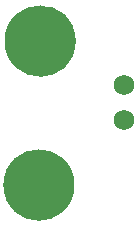
<source format=gbs>
%FSLAX23Y23*%
%MOIN*%
G70*
G01*
G75*
G04 Layer_Color=16711935*
%ADD10R,0.035X0.031*%
%ADD11R,0.118X0.059*%
%ADD12R,0.118X0.039*%
%ADD13C,0.010*%
%ADD14C,0.060*%
%ADD15C,0.039*%
%ADD16C,0.236*%
%ADD17C,0.004*%
%ADD18C,0.000*%
%ADD19R,0.023X0.043*%
%ADD20C,0.059*%
%ADD21R,0.043X0.039*%
%ADD22R,0.126X0.067*%
%ADD23R,0.126X0.047*%
%ADD24C,0.068*%
D15*
X112Y708D02*
D03*
X238D02*
D03*
X175Y734D02*
D03*
X86Y645D02*
D03*
X112Y582D02*
D03*
X175Y556D02*
D03*
X238Y582D02*
D03*
X264Y645D02*
D03*
X259Y165D02*
D03*
X233Y102D02*
D03*
X170Y76D02*
D03*
X107Y102D02*
D03*
X81Y165D02*
D03*
X170Y254D02*
D03*
X233Y228D02*
D03*
X107D02*
D03*
D16*
X175Y645D02*
D03*
X170Y165D02*
D03*
D20*
X264Y645D02*
G03*
X264Y645I-89J0D01*
G01*
X259Y165D02*
G03*
X259Y165I-89J0D01*
G01*
D24*
X455Y499D02*
D03*
Y381D02*
D03*
M02*

</source>
